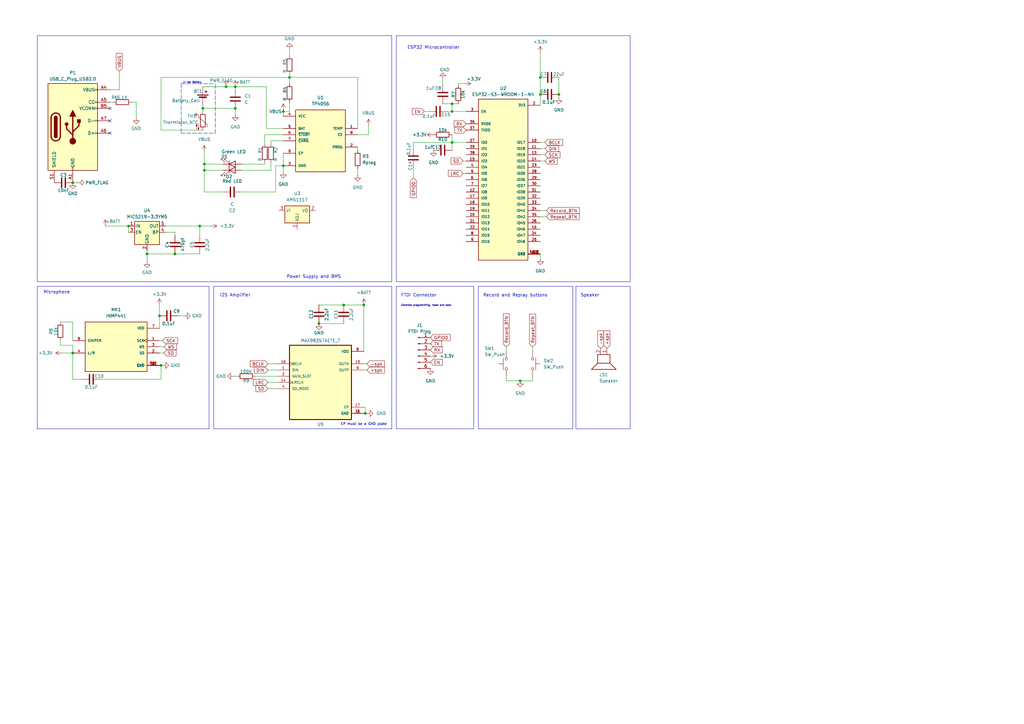
<source format=kicad_sch>
(kicad_sch (version 20230121) (generator eeschema)
  (paper "A3")
  (lib_symbols
    (symbol "Connector:Conn_01x06_Pin" (pin_names (offset 1.016) hide)
      (property "Reference" "J" (at 0 7.62 0))
      (property "Value" "Conn_01x06_Pin" (at 0 -10.16 0))
      (symbol "Conn_01x06_Pin_1_1"
        (polyline (pts (xy 1.27 -7.62) (xy 0.8636 -7.62)) (stroke (width 0.1524)))
        (polyline (pts (xy 1.27 -5.08) (xy 0.8636 -5.08)) (stroke (width 0.1524)))
        (polyline (pts (xy 1.27 -2.54) (xy 0.8636 -2.54)) (stroke (width 0.1524)))
        (polyline (pts (xy 1.27 0) (xy 0.8636 0)) (stroke (width 0.1524)))
        (polyline (pts (xy 1.27 2.54) (xy 0.8636 2.54)) (stroke (width 0.1524)))
        (polyline (pts (xy 1.27 5.08) (xy 0.8636 5.08)) (stroke (width 0.1524)))
        (rectangle (start 0.8636 -7.493) (end 0 -7.747) (stroke (width 0.1524)) (fill (type outline)))
        (rectangle (start 0.8636 -4.953) (end 0 -5.207) (stroke (width 0.1524)) (fill (type outline)))
        (rectangle (start 0.8636 -2.413) (end 0 -2.667) (stroke (width 0.1524)) (fill (type outline)))
        (rectangle (start 0.8636 0.127) (end 0 -0.127) (stroke (width 0.1524)) (fill (type outline)))
        (rectangle (start 0.8636 2.667) (end 0 2.413) (stroke (width 0.1524)) (fill (type outline)))
        (rectangle (start 0.8636 5.207) (end 0 4.953) (stroke (width 0.1524)) (fill (type outline)))
        (pin passive line (at 5.08 5.08 180) (length 3.81) (name "Pin_1") (number "1"))
        (pin passive line (at 5.08 2.54 180) (length 3.81) (name "Pin_2") (number "2"))
        (pin passive line (at 5.08 0 180) (length 3.81) (name "Pin_3") (number "3"))
        (pin passive line (at 5.08 -2.54 180) (length 3.81) (name "Pin_4") (number "4"))
        (pin passive line (at 5.08 -5.08 180) (length 3.81) (name "Pin_5") (number "5"))
        (pin passive line (at 5.08 -7.62 180) (length 3.81) (name "Pin_6") (number "6"))
      )
    )
    (symbol "Connector:USB_C_Plug_USB2.0" (pin_names (offset 1.016))
      (property "Reference" "P" (at -10.16 19.05 0))
      (property "Value" "USB_C_Plug_USB2.0" (at 12.7 19.05 0))
      (symbol "USB_C_Plug_USB2.0_0_0"
        (rectangle (start -0.254 -17.78) (end 0.254 -16.764))
        (rectangle (start 10.16 -2.286) (end 9.144 -2.794))
        (rectangle (start 10.16 2.794) (end 9.144 2.286))
        (rectangle (start 10.16 7.874) (end 9.144 7.366))
        (rectangle (start 10.16 10.414) (end 9.144 9.906))
        (rectangle (start 10.16 15.494) (end 9.144 14.986))
      )
      (symbol "USB_C_Plug_USB2.0_0_1"
        (rectangle (start -10.16 17.78) (end 10.16 -17.78) (stroke (width 0.254)) (fill (type background)))
        (arc (start -8.89 -3.81) (mid -6.985 -5.7067) (end -5.08 -3.81) (stroke (width 0.508)))
        (arc (start -7.62 -3.81) (mid -6.985 -4.4423) (end -6.35 -3.81) (stroke (width 0.254)))
        (arc (start -7.62 -3.81) (mid -6.985 -4.4423) (end -6.35 -3.81) (stroke (width 0.254)) (fill (type outline)))
        (rectangle (start -7.62 -3.81) (end -6.35 3.81) (stroke (width 0.254)) (fill (type outline)))
        (arc (start -6.35 3.81) (mid -6.985 4.4423) (end -7.62 3.81) (stroke (width 0.254)))
        (arc (start -6.35 3.81) (mid -6.985 4.4423) (end -7.62 3.81) (stroke (width 0.254)) (fill (type outline)))
        (arc (start -5.08 3.81) (mid -6.985 5.7067) (end -8.89 3.81) (stroke (width 0.508)))
        (circle (center -2.54 1.143) (radius 0.635) (stroke (width 0.254)) (fill (type outline)))
        (circle (center 0 -5.842) (radius 1.27) (fill (type outline)))
        (polyline (pts (xy -8.89 -3.81) (xy -8.89 3.81)) (stroke (width 0.508)))
        (polyline (pts (xy -5.08 3.81) (xy -5.08 -3.81)) (stroke (width 0.508)))
        (polyline (pts (xy 0 -5.842) (xy 0 4.318)) (stroke (width 0.508)))
        (polyline (pts (xy 0 -3.302) (xy -2.54 -0.762) (xy -2.54 0.508)) (stroke (width 0.508)))
        (polyline (pts (xy 0 -2.032) (xy 2.54 0.508) (xy 2.54 1.778)) (stroke (width 0.508)))
        (polyline (pts (xy -1.27 4.318) (xy 0 6.858) (xy 1.27 4.318) (xy -1.27 4.318)) (stroke (width 0.254)) (fill (type outline)))
        (rectangle (start 1.905 1.778) (end 3.175 3.048) (stroke (width 0.254)) (fill (type outline)))
      )
      (symbol "USB_C_Plug_USB2.0_1_1"
        (pin passive line (at 0 -22.86 90) (length 5.08) (name "GND") (number "A1"))
        (pin passive line (at 0 -22.86 90) (length 5.08) hide (name "GND") (number "A12"))
        (pin passive line (at 15.24 15.24 180) (length 5.08) (name "VBUS") (number "A4"))
        (pin bidirectional line (at 15.24 10.16 180) (length 5.08) (name "CC") (number "A5"))
        (pin bidirectional line (at 15.24 -2.54 180) (length 5.08) (name "D+") (number "A6"))
        (pin bidirectional line (at 15.24 2.54 180) (length 5.08) (name "D-") (number "A7"))
        (pin passive line (at 15.24 15.24 180) (length 5.08) hide (name "VBUS") (number "A9"))
        (pin passive line (at 0 -22.86 90) (length 5.08) hide (name "GND") (number "B1"))
        (pin passive line (at 0 -22.86 90) (length 5.08) hide (name "GND") (number "B12"))
        (pin passive line (at 15.24 15.24 180) (length 5.08) hide (name "VBUS") (number "B4"))
        (pin bidirectional line (at 15.24 7.62 180) (length 5.08) (name "VCONN") (number "B5"))
        (pin passive line (at 15.24 15.24 180) (length 5.08) hide (name "VBUS") (number "B9"))
        (pin passive line (at -7.62 -22.86 90) (length 5.08) (name "SHIELD") (number "S1"))
      )
    )
    (symbol "Device:Battery_Cell" (pin_numbers hide) (pin_names (offset 0) hide)
      (property "Reference" "BT" (at 2.54 2.54 0))
      (property "Value" "Battery_Cell" (at 2.54 0 0))
      (symbol "Battery_Cell_0_1"
        (rectangle (start -2.286 1.778) (end 2.286 1.524) (fill (type outline)))
        (rectangle (start -1.524 1.016) (end 1.524 0.508) (fill (type outline)))
        (polyline (pts (xy 0 0.762) (xy 0 0)))
        (polyline (pts (xy 0 1.778) (xy 0 2.54)))
        (polyline (pts (xy 0.762 3.048) (xy 1.778 3.048)) (stroke (width 0.254)))
        (polyline (pts (xy 1.27 3.556) (xy 1.27 2.54)) (stroke (width 0.254)))
      )
      (symbol "Battery_Cell_1_1"
        (pin passive line (at 0 5.08 270) (length 2.54) (name "+") (number "1"))
        (pin passive line (at 0 -2.54 90) (length 2.54) (name "-") (number "2"))
      )
    )
    (symbol "Device:C" (pin_numbers hide) (pin_names (offset 0.254))
      (property "Reference" "C" (at 0.635 2.54 0))
      (property "Value" "C" (at 0.635 -2.54 0))
      (symbol "C_0_1"
        (polyline (pts (xy -2.032 -0.762) (xy 2.032 -0.762)) (stroke (width 0.508)))
        (polyline (pts (xy -2.032 0.762) (xy 2.032 0.762)) (stroke (width 0.508)))
      )
      (symbol "C_1_1"
        (pin passive line (at 0 3.81 270) (length 2.794) (name "~") (number "1"))
        (pin passive line (at 0 -3.81 90) (length 2.794) (name "~") (number "2"))
      )
    )
    (symbol "Device:LED" (pin_numbers hide) (pin_names (offset 1.016) hide)
      (property "Reference" "D" (at 0 2.54 0))
      (property "Value" "LED" (at 0 -2.54 0))
      (symbol "LED_0_1"
        (polyline (pts (xy -1.27 -1.27) (xy -1.27 1.27)) (stroke (width 0.254)))
        (polyline (pts (xy -1.27 0) (xy 1.27 0)))
        (polyline (pts (xy 1.27 -1.27) (xy 1.27 1.27) (xy -1.27 0) (xy 1.27 -1.27)) (stroke (width 0.254)))
        (polyline (pts (xy -3.048 -0.762) (xy -4.572 -2.286) (xy -3.81 -2.286) (xy -4.572 -2.286) (xy -4.572 -1.524)))
        (polyline (pts (xy -1.778 -0.762) (xy -3.302 -2.286) (xy -2.54 -2.286) (xy -3.302 -2.286) (xy -3.302 -1.524)))
      )
      (symbol "LED_1_1"
        (pin passive line (at -3.81 0 0) (length 2.54) (name "K") (number "1"))
        (pin passive line (at 3.81 0 180) (length 2.54) (name "A") (number "2"))
      )
    )
    (symbol "Device:R" (pin_numbers hide) (pin_names (offset 0))
      (property "Reference" "R" (at 2.032 0 90))
      (property "Value" "R" (at 0 0 90))
      (symbol "R_0_1"
        (rectangle (start -1.016 -2.54) (end 1.016 2.54) (stroke (width 0.254)))
      )
      (symbol "R_1_1"
        (pin passive line (at 0 3.81 270) (length 1.27) (name "~") (number "1"))
        (pin passive line (at 0 -3.81 90) (length 1.27) (name "~") (number "2"))
      )
    )
    (symbol "Device:Speaker" (pin_names (offset 0) hide)
      (property "Reference" "LS" (at 1.27 5.715 0))
      (property "Value" "Speaker" (at 1.27 3.81 0))
      (symbol "Speaker_0_0"
        (rectangle (start -2.54 1.27) (end 1.016 -3.81) (stroke (width 0.254)))
        (polyline (pts (xy 1.016 1.27) (xy 3.556 3.81) (xy 3.556 -6.35) (xy 1.016 -3.81)) (stroke (width 0.254)))
      )
      (symbol "Speaker_1_1"
        (pin input line (at -5.08 0 0) (length 2.54) (name "1") (number "1"))
        (pin input line (at -5.08 -2.54 0) (length 2.54) (name "2") (number "2"))
      )
    )
    (symbol "Device:Thermistor_NTC" (pin_numbers hide) (pin_names (offset 0))
      (property "Reference" "TH" (at -4.445 0 90))
      (property "Value" "Thermistor_NTC" (at 3.175 0 90))
      (symbol "Thermistor_NTC_0_1"
        (arc (start -3.048 2.159) (mid -3.0495 2.3143) (end -3.175 2.413))
        (arc (start -3.048 2.159) (mid -2.9736 1.9794) (end -2.794 1.905))
        (arc (start -3.048 2.794) (mid -2.9736 2.6144) (end -2.794 2.54))
        (arc (start -2.794 1.905) (mid -2.6144 1.9794) (end -2.54 2.159))
        (arc (start -2.794 2.54) (mid -2.4393 2.5587) (end -2.159 2.794))
        (arc (start -2.794 3.048) (mid -2.9736 2.9736) (end -3.048 2.794))
        (arc (start -2.54 2.794) (mid -2.6144 2.9736) (end -2.794 3.048))
        (rectangle (start -1.016 2.54) (end 1.016 -2.54) (stroke (width 0.254)))
        (polyline (pts (xy -2.54 2.159) (xy -2.54 2.794)))
        (polyline (pts (xy -1.778 2.54) (xy -1.778 1.524) (xy 1.778 -1.524) (xy 1.778 -2.54)))
        (polyline (pts (xy -2.54 -3.683) (xy -2.54 -1.397) (xy -2.794 -2.159) (xy -2.286 -2.159) (xy -2.54 -1.397) (xy -2.54 -1.651)) (fill (type outline)))
        (polyline (pts (xy -1.778 -1.397) (xy -1.778 -3.683) (xy -2.032 -2.921) (xy -1.524 -2.921) (xy -1.778 -3.683) (xy -1.778 -3.429)) (fill (type outline)))
      )
      (symbol "Thermistor_NTC_1_1"
        (pin passive line (at 0 3.81 270) (length 1.27) (name "~") (number "1"))
        (pin passive line (at 0 -3.81 90) (length 1.27) (name "~") (number "2"))
      )
    )
    (symbol "ESP32-S3-WROOM-1-N4:ESP32-S3-WROOM-1-N4" (pin_names (offset 1.016))
      (property "Reference" "U" (at -10.16 34.1122 0))
      (property "Value" "ESP32-S3-WROOM-1-N4" (at -10.16 -35.56 0))
      (symbol "ESP32-S3-WROOM-1-N4_0_0"
        (rectangle (start -10.16 -33.02) (end 10.16 33.02) (stroke (width 0.254)) (fill (type background)))
        (pin power_in line (at 15.24 -30.48 180) (length 5.08) (name "GND") (number "1"))
        (pin bidirectional line (at 15.24 15.24 180) (length 5.08) (name "IO17") (number "10"))
        (pin bidirectional line (at 15.24 12.7 180) (length 5.08) (name "IO18") (number "11"))
        (pin bidirectional line (at -15.24 -5.08 0) (length 5.08) (name "IO8") (number "12"))
        (pin bidirectional line (at 15.24 10.16 180) (length 5.08) (name "IO19") (number "13"))
        (pin bidirectional line (at 15.24 7.62 180) (length 5.08) (name "IO20") (number "14"))
        (pin bidirectional line (at -15.24 7.62 0) (length 5.08) (name "IO3") (number "15"))
        (pin bidirectional line (at 15.24 -20.32 180) (length 5.08) (name "IO46") (number "16"))
        (pin bidirectional line (at -15.24 -7.62 0) (length 5.08) (name "IO9") (number "17"))
        (pin bidirectional line (at -15.24 -10.16 0) (length 5.08) (name "IO10") (number "18"))
        (pin bidirectional line (at -15.24 -12.7 0) (length 5.08) (name "IO11") (number "19"))
        (pin power_in line (at 15.24 30.48 180) (length 5.08) (name "3V3") (number "2"))
        (pin bidirectional line (at -15.24 -15.24 0) (length 5.08) (name "IO12") (number "20"))
        (pin bidirectional line (at -15.24 -17.78 0) (length 5.08) (name "IO13") (number "21"))
        (pin bidirectional line (at -15.24 -20.32 0) (length 5.08) (name "IO14") (number "22"))
        (pin bidirectional line (at 15.24 5.08 180) (length 5.08) (name "IO21") (number "23"))
        (pin bidirectional line (at 15.24 -22.86 180) (length 5.08) (name "IO47") (number "24"))
        (pin bidirectional line (at 15.24 -25.4 180) (length 5.08) (name "IO48") (number "25"))
        (pin bidirectional line (at 15.24 -17.78 180) (length 5.08) (name "IO45") (number "26"))
        (pin bidirectional line (at -15.24 15.24 0) (length 5.08) (name "IO0") (number "27"))
        (pin bidirectional line (at 15.24 2.54 180) (length 5.08) (name "IO35") (number "28"))
        (pin bidirectional line (at 15.24 0 180) (length 5.08) (name "IO36") (number "29"))
        (pin input line (at -15.24 27.94 0) (length 5.08) (name "EN") (number "3"))
        (pin bidirectional line (at 15.24 -2.54 180) (length 5.08) (name "IO37") (number "30"))
        (pin bidirectional line (at 15.24 -5.08 180) (length 5.08) (name "IO38") (number "31"))
        (pin bidirectional line (at 15.24 -7.62 180) (length 5.08) (name "IO39") (number "32"))
        (pin bidirectional line (at 15.24 -10.16 180) (length 5.08) (name "IO40") (number "33"))
        (pin bidirectional line (at 15.24 -12.7 180) (length 5.08) (name "IO41") (number "34"))
        (pin bidirectional line (at 15.24 -15.24 180) (length 5.08) (name "IO42") (number "35"))
        (pin bidirectional line (at -15.24 22.86 0) (length 5.08) (name "RXD0") (number "36"))
        (pin bidirectional line (at -15.24 20.32 0) (length 5.08) (name "TXD0") (number "37"))
        (pin bidirectional line (at -15.24 10.16 0) (length 5.08) (name "IO2") (number "38"))
        (pin bidirectional line (at -15.24 12.7 0) (length 5.08) (name "IO1") (number "39"))
        (pin bidirectional line (at -15.24 5.08 0) (length 5.08) (name "IO4") (number "4"))
        (pin power_in line (at 15.24 -30.48 180) (length 5.08) (name "GND") (number "40"))
        (pin power_in line (at 15.24 -30.48 180) (length 5.08) (name "GND") (number "41_1"))
        (pin power_in line (at 15.24 -30.48 180) (length 5.08) (name "GND") (number "41_2"))
        (pin power_in line (at 15.24 -30.48 180) (length 5.08) (name "GND") (number "41_3"))
        (pin power_in line (at 15.24 -30.48 180) (length 5.08) (name "GND") (number "41_4"))
        (pin power_in line (at 15.24 -30.48 180) (length 5.08) (name "GND") (number "41_5"))
        (pin power_in line (at 15.24 -30.48 180) (length 5.08) (name "GND") (number "41_6"))
        (pin power_in line (at 15.24 -30.48 180) (length 5.08) (name "GND") (number "41_7"))
        (pin power_in line (at 15.24 -30.48 180) (length 5.08) (name "GND") (number "41_8"))
        (pin power_in line (at 15.24 -30.48 180) (length 5.08) (name "GND") (number "41_9"))
        (pin bidirectional line (at -15.24 2.54 0) (length 5.08) (name "IO5") (number "5"))
        (pin bidirectional line (at -15.24 0 0) (length 5.08) (name "IO6") (number "6"))
        (pin bidirectional line (at -15.24 -2.54 0) (length 5.08) (name "IO7") (number "7"))
        (pin bidirectional line (at -15.24 -22.86 0) (length 5.08) (name "IO15") (number "8"))
        (pin bidirectional line (at -15.24 -25.4 0) (length 5.08) (name "IO16") (number "9"))
      )
    )
    (symbol "INMP441:INMP441" (pin_names (offset 1.016))
      (property "Reference" "MK" (at -12.7 10.795 0))
      (property "Value" "INMP441" (at -12.7 -12.7 0))
      (symbol "INMP441_0_0"
        (rectangle (start -12.7 -10.16) (end 12.7 10.16) (stroke (width 0.254)) (fill (type background)))
        (pin input clock (at 17.78 2.54 180) (length 5.08) (name "SCK") (number "1"))
        (pin bidirectional line (at 17.78 -2.54 180) (length 5.08) (name "SD") (number "2"))
        (pin input line (at 17.78 0 180) (length 5.08) (name "WS") (number "3"))
        (pin input line (at -17.78 -2.54 0) (length 5.08) (name "L/R") (number "4"))
        (pin power_in line (at 17.78 -7.62 180) (length 5.08) (name "GND") (number "5_1"))
        (pin power_in line (at 17.78 -7.62 180) (length 5.08) (name "GND") (number "5_2"))
        (pin power_in line (at 17.78 -7.62 180) (length 5.08) (name "GND") (number "6"))
        (pin power_in line (at 17.78 7.62 180) (length 5.08) (name "VDD") (number "7"))
        (pin input line (at -17.78 2.54 0) (length 5.08) (name "CHIPEN") (number "8"))
        (pin power_in line (at 17.78 -7.62 180) (length 5.08) (name "GND") (number "9"))
      )
    )
    (symbol "MAX98357AETE_T:MAX98357AETE_T" (pin_names (offset 1.016))
      (property "Reference" "U" (at -12.7 16.24 0))
      (property "Value" "MAX98357AETE_T" (at -12.7 -19.24 0))
      (symbol "MAX98357AETE_T_0_0"
        (rectangle (start -12.7 -15.24) (end 12.7 15.24) (stroke (width 0.41)) (fill (type background)))
        (pin input line (at -17.78 5.08 0) (length 5.08) (name "DIN") (number "1"))
        (pin output line (at 17.78 7.62 180) (length 5.08) (name "OUTN") (number "10"))
        (pin power_in line (at 17.78 -12.7 180) (length 5.08) (name "GND") (number "11"))
        (pin input clock (at -17.78 0 0) (length 5.08) (name "LRCLK") (number "14"))
        (pin power_in line (at 17.78 -12.7 180) (length 5.08) (name "GND") (number "15"))
        (pin input clock (at -17.78 7.62 0) (length 5.08) (name "BCLK") (number "16"))
        (pin power_in line (at 17.78 -10.16 180) (length 5.08) (name "EP") (number "17"))
        (pin input line (at -17.78 2.54 0) (length 5.08) (name "GAIN_SLOT") (number "2"))
        (pin power_in line (at 17.78 -12.7 180) (length 5.08) (name "GND") (number "3"))
        (pin input line (at -17.78 -2.54 0) (length 5.08) (name "SD_MODE") (number "4"))
        (pin power_in line (at 17.78 12.7 180) (length 5.08) (name "VDD") (number "7"))
        (pin power_in line (at 17.78 12.7 180) (length 5.08) (name "VDD") (number "8"))
        (pin output line (at 17.78 5.08 180) (length 5.08) (name "OUTP") (number "9"))
      )
    )
    (symbol "Regulator_Linear:AMS1117"
      (property "Reference" "U" (at -3.81 3.175 0))
      (property "Value" "AMS1117" (at 0 3.175 0))
      (symbol "AMS1117_0_1"
        (rectangle (start -5.08 -5.08) (end 5.08 1.905) (stroke (width 0.254)) (fill (type background)))
      )
      (symbol "AMS1117_1_1"
        (pin input line (at 0 -7.62 90) (length 2.54) (name "ADJ") (number "1"))
        (pin power_out line (at 7.62 0 180) (length 2.54) (name "VO") (number "2"))
        (pin power_in line (at -7.62 0 0) (length 2.54) (name "VI") (number "3"))
      )
    )
    (symbol "Regulator_Linear:MIC5219-3.3YM5" (pin_names (offset 0.254))
      (property "Reference" "U" (at -3.81 5.715 0))
      (property "Value" "MIC5219-3.3YM5" (at 0 5.715 0))
      (symbol "MIC5219-3.3YM5_0_1"
        (rectangle (start -5.08 4.445) (end 5.08 -5.08) (stroke (width 0.254)) (fill (type background)))
      )
      (symbol "MIC5219-3.3YM5_1_1"
        (pin power_in line (at -7.62 2.54 0) (length 2.54) (name "IN") (number "1"))
        (pin power_in line (at 0 -7.62 90) (length 2.54) (name "GND") (number "2"))
        (pin input line (at -7.62 0 0) (length 2.54) (name "EN") (number "3"))
        (pin input line (at 7.62 0 180) (length 2.54) (name "BP") (number "4"))
        (pin power_out line (at 7.62 2.54 180) (length 2.54) (name "OUT") (number "5"))
      )
    )
    (symbol "Switch:SW_Push" (pin_numbers hide) (pin_names (offset 1.016) hide)
      (property "Reference" "SW" (at 1.27 2.54 0))
      (property "Value" "SW_Push" (at 0 -1.524 0))
      (symbol "SW_Push_0_1"
        (circle (center -2.032 0) (radius 0.508))
        (polyline (pts (xy 0 1.27) (xy 0 3.048)))
        (polyline (pts (xy 2.54 1.27) (xy -2.54 1.27)))
        (circle (center 2.032 0) (radius 0.508))
        (pin passive line (at -5.08 0 0) (length 2.54) (name "1") (number "1"))
        (pin passive line (at 5.08 0 180) (length 2.54) (name "2") (number "2"))
      )
    )
    (symbol "TP4056:TP4056" (pin_names (offset 1.016))
      (property "Reference" "U" (at -10.16 13.208 0))
      (property "Value" "TP4056" (at -10.16 -15.24 0))
      (symbol "TP4056_0_0"
        (rectangle (start -10.16 -12.7) (end 10.16 12.7) (stroke (width 0.254)) (fill (type background)))
        (pin input line (at -15.24 5.08 0) (length 5.08) (name "TEMP") (number "1"))
        (pin bidirectional line (at -15.24 -2.54 0) (length 5.08) (name "PROG") (number "2"))
        (pin power_in line (at 15.24 -10.16 180) (length 5.08) (name "GND") (number "3"))
        (pin power_in line (at 15.24 10.16 180) (length 5.08) (name "VCC") (number "4"))
        (pin output line (at 15.24 5.08 180) (length 5.08) (name "BAT") (number "5"))
        (pin output line (at 15.24 2.54 180) (length 5.08) (name "~{STDBY}") (number "6"))
        (pin output line (at 15.24 0 180) (length 5.08) (name "~{CHRG}") (number "7"))
        (pin input line (at -15.24 2.54 0) (length 5.08) (name "CE") (number "8"))
        (pin passive line (at 15.24 -5.08 180) (length 5.08) (name "EP") (number "9"))
      )
    )
    (symbol "power:+3.3V" (power) (pin_names (offset 0))
      (property "Value" "+3.3V" (at 0 3.556 0))
      (symbol "+3.3V_0_1"
        (polyline (pts (xy -0.762 1.27) (xy 0 2.54)))
        (polyline (pts (xy 0 0) (xy 0 2.54)))
        (polyline (pts (xy 0 2.54) (xy 0.762 1.27)))
      )
      (symbol "+3.3V_1_1"
        (pin power_in line (at 0 0 90) (length 0) hide (name "+3.3V") (number "1"))
      )
    )
    (symbol "power:+BATT" (power) (pin_names (offset 0))
      (property "Value" "+BATT" (at 0 3.556 0))
      (symbol "+BATT_0_1"
        (polyline (pts (xy -0.762 1.27) (xy 0 2.54)))
        (polyline (pts (xy 0 0) (xy 0 2.54)))
        (polyline (pts (xy 0 2.54) (xy 0.762 1.27)))
      )
      (symbol "+BATT_1_1"
        (pin power_in line (at 0 0 90) (length 0) hide (name "+BATT") (number "1"))
      )
    )
    (symbol "power:GND" (power) (pin_names (offset 0))
      (property "Value" "GND" (at 0 -3.81 0))
      (symbol "GND_0_1"
        (polyline (pts (xy 0 0) (xy 0 -1.27) (xy 1.27 -1.27) (xy 0 -2.54) (xy -1.27 -1.27) (xy 0 -1.27)))
      )
      (symbol "GND_1_1"
        (pin power_in line (at 0 0 270) (length 0) hide (name "GND") (number "1"))
      )
    )
    (symbol "power:PWR_FLAG" (power) (pin_numbers hide) (pin_names (offset 0) hide)
      (property "Value" "PWR_FLAG" (at 0 3.81 0))
      (symbol "PWR_FLAG_0_0"
        (pin power_out line (at 0 0 90) (length 0) (name "pwr") (number "1"))
      )
      (symbol "PWR_FLAG_0_1"
        (polyline (pts (xy 0 0) (xy 0 1.27) (xy -1.016 1.905) (xy 0 2.54) (xy 1.016 1.905) (xy 0 1.27)))
      )
    )
    (symbol "power:VBUS" (power) (pin_names (offset 0))
      (property "Value" "VBUS" (at 0 3.81 0))
      (symbol "VBUS_0_1"
        (polyline (pts (xy -0.762 1.27) (xy 0 2.54)))
        (polyline (pts (xy 0 0) (xy 0 2.54)))
        (polyline (pts (xy 0 2.54) (xy 0.762 1.27)))
      )
      (symbol "VBUS_1_1"
        (pin power_in line (at 0 0 90) (length 0) hide (name "VBUS") (number "1"))
      )
    )
  )
  (junction (at 116.205 67.945))
  (junction (at 66.04 149.86))
  (junction (at 81.915 92.71))
  (junction (at 130.81 132.715))
  (junction (at 60.325 104.14))
  (junction (at 185.42 42.545))
  (junction (at 96.52 35.56))
  (junction (at 29.845 144.78))
  (junction (at 213.36 156.21))
  (junction (at 29.845 74.93))
  (junction (at 149.225 125.095))
  (junction (at 96.52 44.45))
  (junction (at 92.71 35.56))
  (junction (at 83.185 44.45))
  (junction (at 229.235 38.735))
  (junction (at 185.42 58.42))
  (junction (at 149.86 169.545))
  (junction (at 116.205 45.72))
  (junction (at 185.42 45.72))
  (junction (at 83.82 69.85))
  (junction (at 52.705 92.71))
  (junction (at 83.82 67.31))
  (junction (at 118.745 31.75))
  (junction (at 65.405 129.54))
  (junction (at 221.615 31.75))
  (junction (at 221.615 38.735))
  (junction (at 140.97 125.095))
  (junction (at 71.755 104.14))
  (no_connect (at 45.085 54.61))
  (no_connect (at 45.085 44.45))
  (no_connect (at 45.085 49.53))
  (wire (pts (xy 149.225 125.095) (xy 149.225 144.145)))
  (wire (pts (xy 149.86 169.545) (xy 150.495 169.545)))
  (wire (pts (xy 43.18 92.71) (xy 52.705 92.71)))
  (wire (pts (xy 83.82 67.31) (xy 83.82 62.23)))
  (polyline (pts (xy 196.215 175.895) (xy 234.95 175.895)))
  (wire (pts (xy 81.915 92.71) (xy 81.915 96.52)))
  (wire (pts (xy 83.185 44.45) (xy 83.185 45.72)))
  (wire (pts (xy 173.99 45.72) (xy 175.895 45.72)))
  (wire (pts (xy 83.185 35.56) (xy 92.71 35.56)))
  (wire (pts (xy 66.04 31.75) (xy 118.745 31.75)))
  (wire (pts (xy 146.685 55.245) (xy 151.13 55.245)))
  (wire (pts (xy 146.685 60.325) (xy 146.685 61.595)))
  (wire (pts (xy 92.71 35.56) (xy 96.52 35.56)))
  (wire (pts (xy 207.645 154.305) (xy 207.645 156.21)))
  (wire (pts (xy 113.03 67.945) (xy 116.205 67.945)))
  (polyline (pts (xy 74.295 34.29) (xy 74.295 54.61)) (stroke (width 0) (type dash)))
  (wire (pts (xy 118.745 31.75) (xy 118.745 34.29)))
  (wire (pts (xy 118.745 31.75) (xy 146.685 31.75)))
  (wire (pts (xy 109.855 159.385) (xy 113.665 159.385)))
  (wire (pts (xy 65.405 144.78) (xy 67.31 144.78)))
  (wire (pts (xy 24.765 139.7) (xy 24.765 141.605)))
  (wire (pts (xy 146.685 31.75) (xy 146.685 52.705)))
  (wire (pts (xy 83.185 43.18) (xy 83.185 44.45)))
  (wire (pts (xy 183.515 45.72) (xy 185.42 45.72)))
  (wire (pts (xy 66.04 155.575) (xy 66.04 149.86)))
  (wire (pts (xy 229.235 31.75) (xy 229.235 38.735)))
  (polyline (pts (xy 88.265 54.61) (xy 88.265 34.29)) (stroke (width 0) (type dash)))
  (wire (pts (xy 221.615 63.5) (xy 223.52 63.5)))
  (wire (pts (xy 189.865 71.12) (xy 191.135 71.12)))
  (wire (pts (xy 60.325 102.87) (xy 60.325 104.14)))
  (polyline (pts (xy 162.56 14.605) (xy 258.445 14.605)))
  (polyline (pts (xy 258.445 14.605) (xy 258.445 115.57)))
  (wire (pts (xy 221.615 104.14) (xy 221.615 106.045)))
  (wire (pts (xy 187.96 34.29) (xy 187.96 34.925)))
  (polyline (pts (xy 162.56 115.57) (xy 162.56 14.605)))
  (wire (pts (xy 149.225 167.005) (xy 149.86 167.005)))
  (wire (pts (xy 65.405 142.24) (xy 67.31 142.24)))
  (polyline (pts (xy 15.24 115.57) (xy 160.655 115.57)))
  (wire (pts (xy 45.085 36.83) (xy 48.895 36.83)))
  (wire (pts (xy 65.405 125.095) (xy 65.405 129.54)))
  (polyline (pts (xy 162.56 117.475) (xy 194.31 117.475)))
  (wire (pts (xy 99.06 69.85) (xy 111.125 69.85)))
  (wire (pts (xy 60.325 104.14) (xy 60.325 107.315)))
  (wire (pts (xy 221.615 21.59) (xy 221.615 31.75)))
  (wire (pts (xy 109.855 149.225) (xy 113.665 149.225)))
  (wire (pts (xy 25.4 144.78) (xy 29.845 144.78)))
  (polyline (pts (xy 196.215 117.475) (xy 196.215 175.895)))
  (wire (pts (xy 24.765 141.605) (xy 29.845 141.605)))
  (wire (pts (xy 221.615 88.9) (xy 224.155 88.9)))
  (polyline (pts (xy 15.24 14.605) (xy 15.24 115.57)))
  (polyline (pts (xy 160.655 175.895) (xy 160.655 117.475)))
  (wire (pts (xy 116.205 45.72) (xy 116.205 47.625)))
  (wire (pts (xy 149.86 167.005) (xy 149.86 169.545)))
  (wire (pts (xy 29.845 74.93) (xy 31.75 74.93)))
  (wire (pts (xy 60.325 104.14) (xy 71.755 104.14)))
  (wire (pts (xy 109.22 52.705) (xy 109.22 35.56)))
  (wire (pts (xy 229.235 38.735) (xy 229.235 40.005)))
  (wire (pts (xy 109.855 156.845) (xy 113.665 156.845)))
  (wire (pts (xy 24.765 132.08) (xy 29.845 132.08)))
  (wire (pts (xy 185.42 55.245) (xy 185.42 58.42)))
  (wire (pts (xy 140.97 125.095) (xy 149.225 125.095)))
  (wire (pts (xy 96.52 44.45) (xy 96.52 46.99)))
  (polyline (pts (xy 196.215 117.475) (xy 234.95 117.475)))
  (wire (pts (xy 116.205 67.945) (xy 116.205 70.485)))
  (wire (pts (xy 45.085 41.91) (xy 46.355 41.91)))
  (wire (pts (xy 185.42 42.545) (xy 185.42 45.72)))
  (wire (pts (xy 65.405 129.54) (xy 65.405 134.62)))
  (wire (pts (xy 218.44 154.305) (xy 218.44 156.21)))
  (wire (pts (xy 96.52 35.56) (xy 96.52 36.83)))
  (wire (pts (xy 185.42 42.545) (xy 181.61 42.545)))
  (wire (pts (xy 118.745 20.32) (xy 118.745 22.86)))
  (wire (pts (xy 71.755 95.25) (xy 71.755 96.52)))
  (wire (pts (xy 130.81 125.095) (xy 140.97 125.095)))
  (wire (pts (xy 151.13 51.435) (xy 151.13 55.245)))
  (polyline (pts (xy 258.445 175.895) (xy 258.445 117.475)))
  (wire (pts (xy 29.845 141.605) (xy 29.845 144.78)))
  (polyline (pts (xy 74.295 34.29) (xy 88.265 34.29)) (stroke (width 0) (type dash)))
  (wire (pts (xy 218.44 142.24) (xy 218.44 144.145)))
  (wire (pts (xy 116.205 45.085) (xy 116.205 45.72)))
  (wire (pts (xy 207.645 156.21) (xy 213.36 156.21)))
  (wire (pts (xy 99.06 78.74) (xy 113.03 78.74)))
  (wire (pts (xy 221.615 86.36) (xy 224.155 86.36)))
  (wire (pts (xy 41.275 155.575) (xy 66.04 155.575)))
  (wire (pts (xy 104.775 154.305) (xy 113.665 154.305)))
  (polyline (pts (xy 236.22 175.895) (xy 258.445 175.895)))
  (wire (pts (xy 108.585 55.245) (xy 108.585 59.055)))
  (wire (pts (xy 218.44 156.21) (xy 213.36 156.21)))
  (wire (pts (xy 83.82 78.74) (xy 83.82 69.85)))
  (wire (pts (xy 169.545 58.42) (xy 185.42 58.42)))
  (wire (pts (xy 185.42 58.42) (xy 185.42 61.595)))
  (wire (pts (xy 108.585 55.245) (xy 116.205 55.245)))
  (wire (pts (xy 118.745 41.91) (xy 118.745 45.72)))
  (wire (pts (xy 181.61 32.385) (xy 181.61 34.925)))
  (wire (pts (xy 91.44 69.85) (xy 83.82 69.85)))
  (wire (pts (xy 83.185 44.45) (xy 96.52 44.45)))
  (polyline (pts (xy 194.31 175.895) (xy 194.31 117.475)))
  (polyline (pts (xy 15.24 175.895) (xy 15.24 161.29)))
  (polyline (pts (xy 162.56 115.57) (xy 258.445 115.57)))
  (wire (pts (xy 66.04 53.34) (xy 66.04 31.75)))
  (wire (pts (xy 67.945 92.71) (xy 81.915 92.71)))
  (wire (pts (xy 221.615 60.96) (xy 223.52 60.96)))
  (wire (pts (xy 221.615 31.75) (xy 221.615 38.735)))
  (wire (pts (xy 116.205 52.705) (xy 109.22 52.705)))
  (wire (pts (xy 130.81 132.715) (xy 140.97 132.715)))
  (wire (pts (xy 113.03 78.74) (xy 113.03 67.945)))
  (wire (pts (xy 185.42 58.42) (xy 191.135 58.42)))
  (wire (pts (xy 48.895 29.21) (xy 48.895 36.83)))
  (polyline (pts (xy 85.725 161.29) (xy 85.725 175.895)))
  (polyline (pts (xy 87.63 175.895) (xy 160.655 175.895)))
  (wire (pts (xy 83.82 69.85) (xy 83.82 67.31)))
  (wire (pts (xy 169.545 60.96) (xy 169.545 58.42)))
  (wire (pts (xy 91.44 78.74) (xy 83.82 78.74)))
  (wire (pts (xy 149.225 169.545) (xy 149.86 169.545)))
  (polyline (pts (xy 85.725 161.29) (xy 85.725 117.475)))
  (wire (pts (xy 187.96 42.545) (xy 185.42 42.545)))
  (polyline (pts (xy 15.24 14.605) (xy 160.655 14.605)))
  (wire (pts (xy 207.645 142.24) (xy 207.645 144.145)))
  (wire (pts (xy 118.745 30.48) (xy 118.745 31.75)))
  (polyline (pts (xy 15.24 117.475) (xy 85.725 117.475)))
  (polyline (pts (xy 162.56 117.475) (xy 162.56 175.895)))
  (wire (pts (xy 67.945 95.25) (xy 71.755 95.25)))
  (wire (pts (xy 111.125 66.675) (xy 111.125 69.85)))
  (wire (pts (xy 99.06 67.31) (xy 108.585 67.31)))
  (wire (pts (xy 83.185 53.34) (xy 66.04 53.34)))
  (wire (pts (xy 65.405 139.7) (xy 66.675 139.7)))
  (polyline (pts (xy 236.22 117.475) (xy 258.445 117.475)))
  (wire (pts (xy 55.88 41.91) (xy 55.88 48.26)))
  (wire (pts (xy 111.125 57.785) (xy 116.205 57.785)))
  (wire (pts (xy 190.5 34.29) (xy 187.96 34.29)))
  (polyline (pts (xy 15.24 117.475) (xy 15.24 161.29)))
  (wire (pts (xy 52.705 92.71) (xy 52.705 95.25)))
  (wire (pts (xy 185.42 45.72) (xy 191.135 45.72)))
  (wire (pts (xy 149.225 151.765) (xy 150.495 151.765)))
  (wire (pts (xy 108.585 66.675) (xy 108.585 67.31)))
  (wire (pts (xy 29.845 155.575) (xy 33.655 155.575)))
  (wire (pts (xy 73.025 129.54) (xy 75.565 129.54)))
  (wire (pts (xy 189.865 66.04) (xy 191.135 66.04)))
  (polyline (pts (xy 74.295 54.61) (xy 88.265 54.61)) (stroke (width 0) (type dash)))
  (wire (pts (xy 71.755 104.14) (xy 81.915 104.14)))
  (wire (pts (xy 221.615 38.735) (xy 221.615 43.18)))
  (polyline (pts (xy 85.725 175.895) (xy 15.24 175.895)))
  (polyline (pts (xy 162.56 175.895) (xy 194.31 175.895)))
  (wire (pts (xy 81.915 92.71) (xy 86.36 92.71)))
  (polyline (pts (xy 87.63 117.475) (xy 160.655 117.475)))
  (wire (pts (xy 111.125 57.785) (xy 111.125 59.055)))
  (wire (pts (xy 109.22 35.56) (xy 96.52 35.56)))
  (wire (pts (xy 146.685 69.215) (xy 146.685 71.755)))
  (wire (pts (xy 221.615 58.42) (xy 223.52 58.42)))
  (wire (pts (xy 29.845 132.08) (xy 29.845 139.7)))
  (wire (pts (xy 149.225 149.225) (xy 150.495 149.225)))
  (wire (pts (xy 221.615 66.04) (xy 223.52 66.04)))
  (wire (pts (xy 66.04 149.86) (xy 66.675 149.86)))
  (wire (pts (xy 169.545 68.58) (xy 169.545 73.025)))
  (polyline (pts (xy 160.655 115.57) (xy 160.655 14.605)))
  (wire (pts (xy 95.885 154.305) (xy 97.155 154.305)))
  (polyline (pts (xy 236.22 117.475) (xy 236.22 175.895)))
  (wire (pts (xy 53.975 41.91) (xy 55.88 41.91)))
  (wire (pts (xy 65.405 149.86) (xy 66.04 149.86)))
  (wire (pts (xy 118.745 45.72) (xy 116.205 45.72)))
  (wire (pts (xy 116.205 62.865) (xy 116.205 67.945)))
  (polyline (pts (xy 234.95 175.895) (xy 234.95 117.475)))
  (polyline (pts (xy 87.63 117.475) (xy 87.63 175.895)))
  (wire (pts (xy 29.845 144.78) (xy 29.845 155.575)))
  (wire (pts (xy 109.855 151.765) (xy 113.665 151.765)))
  (wire (pts (xy 91.44 67.31) (xy 83.82 67.31)))
  (text "Record and Replay buttons\n" (at 198.12 121.92 0) (effects (font (size 1.27 1.27)) (justify left bottom)))
  (text "Power Supply and BMS" (at 117.475 114.3 0) (effects (font (size 1.27 1.27)) (justify left bottom)))
  (text "I2S Amplifier" (at 90.17 121.92 0) (effects (font (size 1.27 1.27)) (justify left bottom)))
  (text "FTDI Connector\n" (at 164.465 121.92 0) (effects (font (size 1.27 1.27)) (justify left bottom)))
  (text "Microphone" (at 17.78 120.65 0) (effects (font (size 1.27 1.27)) (justify left bottom)))
  (text "EP must be a GND plate\n" (at 139.7 174.625 0) (effects (font (size 1 1)) (justify left bottom)))
  (text "Speaker" (at 238.125 121.92 0) (effects (font (size 1.27 1.27)) (justify left bottom)))
  (text "Controls programming, reset and boot\n" (at 164.465 125.73 0) (effects (font (size 0.7 0.7)) (justify left bottom)))
  (text "ESP32 Microcontroller\n" (at 167.005 20.32 0) (effects (font (size 1.27 1.27)) (justify left bottom)))
  (text "Li-Ion Battery" (at 74.93 34.29 0) (effects (font (size 0.7 0.7)) (justify left bottom)))
  (global_label "SD" (shape input) (at 189.865 66.04 180) (property "Intersheetrefs" "${INTERSHEET_REFS}" (effects hide)))
  (global_label "EN" (shape input) (at 173.99 45.72 180) (property "Intersheetrefs" "${INTERSHEET_REFS}" (effects hide)))
  (global_label "-spk" (shape input) (at 150.495 149.225 0) (property "Intersheetrefs" "${INTERSHEET_REFS}" (effects hide)))
  (global_label "VBUS" (shape input) (at 48.895 29.21 90) (property "Intersheetrefs" "${INTERSHEET_REFS}" (effects hide)))
  (global_label "SCK" (shape input) (at 223.52 63.5 0) (property "Intersheetrefs" "${INTERSHEET_REFS}" (effects hide)))
  (global_label "GPIO0" (shape input) (at 169.545 73.025 270) (property "Intersheetrefs" "${INTERSHEET_REFS}" (effects hide)))
  (global_label "RX" (shape input) (at 191.135 50.8 180) (property "Intersheetrefs" "${INTERSHEET_REFS}" (effects hide)))
  (global_label "SD" (shape input) (at 109.855 159.385 180) (property "Intersheetrefs" "${INTERSHEET_REFS}" (effects hide)))
  (global_label "TX" (shape input) (at 176.53 140.97 0) (property "Intersheetrefs" "${INTERSHEET_REFS}" (effects hide)))
  (global_label "Repeat_BTN" (shape input) (at 218.44 142.24 90) (property "Intersheetrefs" "${INTERSHEET_REFS}" (effects hide)))
  (global_label "SCK" (shape input) (at 66.675 139.7 0) (property "Intersheetrefs" "${INTERSHEET_REFS}" (effects hide)))
  (global_label "BCLK" (shape input) (at 223.52 58.42 0) (property "Intersheetrefs" "${INTERSHEET_REFS}" (effects hide)))
  (global_label "GPIO0" (shape input) (at 176.53 138.43 0) (property "Intersheetrefs" "${INTERSHEET_REFS}" (effects hide)))
  (global_label "SD" (shape input) (at 67.31 144.78 0) (property "Intersheetrefs" "${INTERSHEET_REFS}" (effects hide)))
  (global_label "+spk" (shape input) (at 248.92 142.875 90) (property "Intersheetrefs" "${INTERSHEET_REFS}" (effects hide)))
  (global_label "LRC" (shape input) (at 109.855 156.845 180) (property "Intersheetrefs" "${INTERSHEET_REFS}" (effects hide)))
  (global_label "TX" (shape input) (at 191.135 53.34 180) (property "Intersheetrefs" "${INTERSHEET_REFS}" (effects hide)))
  (global_label "RX" (shape input) (at 176.53 143.51 0) (property "Intersheetrefs" "${INTERSHEET_REFS}" (effects hide)))
  (global_label "+spk" (shape input) (at 150.495 151.765 0) (property "Intersheetrefs" "${INTERSHEET_REFS}" (effects hide)))
  (global_label "Repeat_BTN" (shape input) (at 224.155 88.9 0) (property "Intersheetrefs" "${INTERSHEET_REFS}" (effects hide)))
  (global_label "WS" (shape input) (at 67.31 142.24 0) (property "Intersheetrefs" "${INTERSHEET_REFS}" (effects hide)))
  (global_label "DIN" (shape input) (at 223.52 60.96 0) (property "Intersheetrefs" "${INTERSHEET_REFS}" (effects hide)))
  (global_label "DIN" (shape input) (at 109.855 151.765 180) (property "Intersheetrefs" "${INTERSHEET_REFS}" (effects hide)))
  (global_label "Record_BTN" (shape input) (at 207.645 142.24 90) (property "Intersheetrefs" "${INTERSHEET_REFS}" (effects hide)))
  (global_label "Record_BTN" (shape input) (at 224.155 86.36 0) (property "Intersheetrefs" "${INTERSHEET_REFS}" (effects hide)))
  (global_label "LRC" (shape input) (at 189.865 71.12 180) (property "Intersheetrefs" "${INTERSHEET_REFS}" (effects hide)))
  (global_label "EN" (shape input) (at 176.53 148.59 0) (property "Intersheetrefs" "${INTERSHEET_REFS}" (effects hide)))
  (global_label "BCLK" (shape input) (at 109.855 149.225 180) (property "Intersheetrefs" "${INTERSHEET_REFS}" (effects hide)))
  (global_label "WS" (shape input) (at 223.52 66.04 0) (property "Intersheetrefs" "${INTERSHEET_REFS}" (effects hide)))
  (global_label "-spk" (shape input) (at 246.38 142.875 90) (property "Intersheetrefs" "${INTERSHEET_REFS}" (effects hide)))
  (symbol (lib_id "power:+3.3V") (at 176.53 146.05 270) (unit 1)
    (property "Reference" "#PWR030" (effects hide))
    (property "Value" "+3.3V" (at 180.34 146.05 90) (effects (justify left)))
  )
  (symbol (lib_id "power:+BATT") (at 43.18 92.71 0) (unit 1)
    (property "Reference" "#PWR013" (effects hide))
    (property "Value" "+BATT" (at 46.355 90.805 0))
  )
  (symbol (lib_id "ESP32-S3-WROOM-1-N4:ESP32-S3-WROOM-1-N4") (at 206.375 73.66 0) (unit 1)
    (property "Reference" "U2" (at 206.375 36.195 0))
    (property "Value" "ESP32-S3-WROOM-1-N4" (at 206.375 38.735 0))
    (property "Footprint" "ESP32-S3-WROOM-1-N4:XCVR_ESP32-S3-WROOM-1-N4" (effects hide))
    (property "MF" "Espressif Systems" (effects hide))
    (property "MAXIMUM_PACKAGE_HEIGHT" "3.25mm" (effects hide))
    (property "Package" "NON STANDARD Espressif Systems" (effects hide))
    (property "Price" "None" (effects hide))
    (property "Check_prices" "https://www.snapeda.com/parts/ESP32-S3-WROOM-1-N4/Espressif+Systems/view-part/?ref=eda" (effects hide))
    (property "STANDARD" "Manufacturer Recommendations" (effects hide))
    (property "PARTREV" "v1.0" (effects hide))
    (property "SnapEDA_Link" "https://www.snapeda.com/parts/ESP32-S3-WROOM-1-N4/Espressif+Systems/view-part/?ref=snap" (effects hide))
    (property "MP" "ESP32-S3-WROOM-1-N4" (effects hide))
    (property "Description" "\n                        \n                            Bluetooth, WiFi 802.11b/g/n, Bluetooth v5.0 Transceiver Module 2.4GHz PCB Trace Surface Mount\n                        \n" (effects hide))
    (property "Availability" "In Stock" (effects hide))
    (property "MANUFACTURER" "Espressif" (effects hide))
  )
  (symbol (lib_id "Device:C") (at 140.97 128.905 180) (unit 1)
    (property "Reference" "C11" (at 137.795 128.905 90))
    (property "Value" "2.2uF" (at 144.145 128.905 90))
  )
  (symbol (lib_id "power:+3.3V") (at 25.4 144.78 90) (unit 1)
    (property "Reference" "#PWR023" (effects hide))
    (property "Value" "+3.3V" (at 21.59 144.78 90) (effects (justify left)))
  )
  (symbol (lib_id "power:GND") (at 55.88 48.26 0) (unit 1)
    (property "Reference" "#PWR010" (effects hide))
    (property "Value" "GND" (at 55.88 52.705 0))
  )
  (symbol (lib_id "power:GND") (at 116.205 70.485 0) (unit 1)
    (property "Reference" "#PWR03" (effects hide))
    (property "Value" "GND" (at 116.205 75.565 0))
  )
  (symbol (lib_id "Device:C") (at 130.81 128.905 180) (unit 1)
    (property "Reference" "C12" (at 127.635 128.905 90))
    (property "Value" "2.2uF" (at 133.985 128.905 90))
  )
  (symbol (lib_id "MAX98357AETE_T:MAX98357AETE_T") (at 131.445 156.845 0) (unit 1)
    (property "Reference" "U5" (at 131.445 173.99 0))
    (property "Value" "MAX98357AETE_T" (at 131.445 139.7 0))
    (property "Footprint" "MAX98357AETE_T:QFN50P300X300X80-17N" (effects hide))
    (property "MF" "Analog Devices" (effects hide))
    (property "Description" "\n                        \n                            Tiny, Low-Cost, PCM Class D Amplifier with Class AB Performance\n                        \n" (effects hide))
    (property "Package" "TQFN-16 Maxim" (effects hide))
    (property "Price" "None" (effects hide))
    (property "SnapEDA_Link" "https://www.snapeda.com/parts/MAX98357AETE+T/Analog+Devices/view-part/?ref=snap" (effects hide))
    (property "MP" "MAX98357AETE+T" (effects hide))
    (property "Availability" "In Stock" (effects hide))
    (property "Check_prices" "https://www.snapeda.com/parts/MAX98357AETE+T/Analog+Devices/view-part/?ref=eda" (effects hide))
  )
  (symbol (lib_id "power:GND") (at 118.745 20.32 180) (unit 1)
    (property "Reference" "#PWR06" (effects hide))
    (property "Value" "GND" (at 118.745 15.875 0))
  )
  (symbol (lib_id "power:GND") (at 213.36 156.21 0) (unit 1)
    (property "Reference" "#PWR031" (effects hide))
    (property "Value" "GND" (at 213.36 161.29 0))
  )
  (symbol (lib_id "Device:C") (at 181.61 61.595 90) (unit 1)
    (property "Reference" "C13" (at 179.07 60.325 90))
    (property "Value" "1uF" (at 175.895 60.325 90))
  )
  (symbol (lib_id "power:VBUS") (at 116.205 45.085 0) (unit 1)
    (property "Reference" "#PWR05" (effects hide))
    (property "Value" "VBUS" (at 113.03 45.72 0))
  )
  (symbol (lib_id "Connector:USB_C_Plug_USB2.0") (at 29.845 52.07 0) (unit 1)
    (property "Reference" "P1" (at 29.845 29.845 0))
    (property "Value" "USB_C_Plug_USB2.0" (at 29.845 32.385 0))
    (property "Datasheet" "https://www.usb.org/sites/default/files/documents/usb_type-c.zip" (effects hide))
  )
  (symbol (lib_id "Switch:SW_Push") (at 207.645 149.225 90) (unit 1)
    (property "Reference" "SW1" (at 198.755 142.875 90) (effects (justify right)))
    (property "Value" "SW_Push" (at 198.755 145.415 90) (effects (justify right)))
  )
  (symbol (lib_id "power:PWR_FLAG") (at 31.75 74.93 270) (unit 1)
    (property "Reference" "#FLG02" (effects hide))
    (property "Value" "PWR_FLAG" (at 34.925 74.93 90) (effects (justify left)))
  )
  (symbol (lib_id "Switch:SW_Push") (at 218.44 149.225 270) (unit 1)
    (property "Reference" "SW2" (at 222.885 147.955 90) (effects (justify left)))
    (property "Value" "SW_Push" (at 222.885 150.495 90) (effects (justify left)))
  )
  (symbol (lib_id "power:GND") (at 96.52 46.99 0) (unit 1)
    (property "Reference" "#PWR07" (effects hide))
    (property "Value" "GND" (at 96.52 52.07 0))
  )
  (symbol (lib_id "Device:Thermistor_NTC") (at 83.185 49.53 0) (unit 1)
    (property "Reference" "TH1" (at 76.835 47.625 0) (effects (justify left)))
    (property "Value" "Thermistor_NTC" (at 66.675 50.165 0) (effects (justify left)))
  )
  (symbol (lib_id "power:GND") (at 177.8 61.595 0) (unit 1)
    (property "Reference" "#PWR028" (effects hide))
    (property "Value" "GND" (at 177.8 66.675 0))
  )
  (symbol (lib_id "Device:R") (at 118.745 38.1 180) (unit 1)
    (property "Reference" "R4" (at 116.84 36.83 90))
    (property "Value" "R" (at 116.84 40.64 90))
  )
  (symbol (lib_id "Device:C") (at 169.545 64.77 180) (unit 1)
    (property "Reference" "C14" (at 168.275 67.945 90))
    (property "Value" "0.1uF" (at 167.64 60.96 90))
  )
  (symbol (lib_id "Regulator_Linear:MIC5219-3.3YM5") (at 60.325 95.25 0) (unit 1)
    (property "Reference" "U4" (at 60.325 86.36 0))
    (property "Value" "MIC5219-3.3YM5" (at 60.325 88.9 0))
    (property "Footprint" "Package_TO_SOT_SMD:SOT-23-5" (effects hide))
    (property "Datasheet" "http://ww1.microchip.com/downloads/en/DeviceDoc/MIC5219-500mA-Peak-Output-LDO-Regulator-DS20006021A.pdf" (effects hide))
  )
  (symbol (lib_id "power:+3.3V") (at 177.8 55.245 90) (unit 1)
    (property "Reference" "#PWR029" (effects hide))
    (property "Value" "+3.3V" (at 172.085 55.245 90))
  )
  (symbol (lib_id "Device:R") (at 118.745 26.67 180) (unit 1)
    (property "Reference" "R5" (at 116.84 25.4 90))
    (property "Value" "R" (at 116.84 29.21 90))
  )
  (symbol (lib_id "power:VBUS") (at 151.13 51.435 0) (unit 1)
    (property "Reference" "#PWR01" (effects hide))
    (property "Value" "VBUS" (at 151.13 46.355 0))
  )
  (symbol (lib_id "Device:R") (at 100.965 154.305 90) (unit 1)
    (property "Reference" "R9" (at 100.965 156.21 90))
    (property "Value" "100K" (at 100.965 152.4 90))
  )
  (symbol (lib_id "Device:C") (at 179.705 45.72 270) (unit 1)
    (property "Reference" "C15" (at 182.88 46.99 90))
    (property "Value" "0.1uF" (at 175.895 47.625 90))
  )
  (symbol (lib_id "Regulator_Linear:AMS1117") (at 121.92 86.36 0) (unit 1)
    (property "Reference" "U3" (at 121.92 79.375 0))
    (property "Value" "AMS1117" (at 121.92 81.915 0))
    (property "Footprint" "Package_TO_SOT_SMD:SOT-223-3_TabPin2" (effects hide))
    (property "Datasheet" "http://www.advanced-monolithic.com/pdf/ds1117.pdf" (effects hide))
  )
  (symbol (lib_id "power:GND") (at 146.685 71.755 0) (unit 1)
    (property "Reference" "#PWR04" (effects hide))
    (property "Value" "GND" (at 146.685 76.835 0))
  )
  (symbol (lib_id "Device:R") (at 181.61 55.245 90) (unit 1)
    (property "Reference" "R10" (at 181.61 57.15 90))
    (property "Value" "10k" (at 181.61 53.34 90))
  )
  (symbol (lib_id "power:GND") (at 181.61 32.385 180) (unit 1)
    (property "Reference" "#PWR019" (effects hide))
    (property "Value" "GND" (at 180.34 28.575 0) (effects (justify right)))
  )
  (symbol (lib_id "Device:R") (at 187.96 38.735 0) (unit 1)
    (property "Reference" "R7" (at 186.055 38.735 90))
    (property "Value" "10k" (at 189.865 38.735 90))
  )
  (symbol (lib_id "Device:R") (at 50.165 41.91 90) (unit 1)
    (property "Reference" "R6" (at 46.99 40.005 90))
    (property "Value" "5.1K" (at 50.165 40.005 90))
  )
  (symbol (lib_id "power:+BATT") (at 149.225 125.095 0) (unit 1)
    (property "Reference" "#PWR024" (effects hide))
    (property "Value" "+BATT" (at 149.225 120.015 0))
  )
  (symbol (lib_id "Device:R") (at 146.685 65.405 0) (unit 1)
    (property "Reference" "R3" (at 148.59 64.135 0) (effects (justify left)))
    (property "Value" "Rprog" (at 148.59 66.675 0) (effects (justify left)))
  )
  (symbol (lib_id "Device:LED") (at 95.25 69.85 0) (unit 1)
    (property "Reference" "D2" (at 93.98 72.39 0))
    (property "Value" "Red LED" (at 95.25 74.295 0))
  )
  (symbol (lib_id "Device:C") (at 37.465 155.575 90) (unit 1)
    (property "Reference" "C10" (at 40.64 154.305 90))
    (property "Value" "0.1uF" (at 37.465 158.75 90))
  )
  (symbol (lib_id "power:GND") (at 229.235 40.005 0) (unit 1)
    (property "Reference" "#PWR017" (effects hide))
    (property "Value" "GND" (at 229.235 45.085 0))
  )
  (symbol (lib_id "power:GND") (at 221.615 106.045 0) (unit 1)
    (property "Reference" "#PWR014" (effects hide))
    (property "Value" "GND" (at 221.615 111.125 0))
  )
  (symbol (lib_id "Device:R") (at 24.765 135.89 180) (unit 1)
    (property "Reference" "R8" (at 20.955 135.89 90))
    (property "Value" "10k" (at 22.86 135.89 90))
  )
  (symbol (lib_id "power:GND") (at 150.495 169.545 90) (unit 1)
    (property "Reference" "#PWR027" (effects hide))
    (property "Value" "GND" (at 154.305 169.545 90) (effects (justify right)))
  )
  (symbol (lib_id "power:+BATT") (at 96.52 35.56 0) (unit 1)
    (property "Reference" "#PWR08" (effects hide))
    (property "Value" "+BATT" (at 99.695 33.655 0))
  )
  (symbol (lib_id "power:+3.3V") (at 190.5 34.29 270) (unit 1)
    (property "Reference" "#PWR018" (effects hide))
    (property "Value" "+3.3V" (at 194.31 32.385 90))
  )
  (symbol (lib_id "power:+3.3V") (at 65.405 125.095 0) (unit 1)
    (property "Reference" "#PWR020" (effects hide))
    (property "Value" "+3.3V" (at 65.405 120.65 0))
  )
  (symbol (lib_id "Device:C") (at 96.52 40.64 0) (unit 1)
    (property "Reference" "C1" (at 100.33 39.37 0) (effects (justify left)))
    (property "Value" "C" (at 100.33 41.91 0) (effects (justify left)))
  )
  (symbol (lib_id "Device:C") (at 225.425 38.735 90) (unit 1)
    (property "Reference" "C6" (at 222.885 37.465 90))
    (property "Value" "0.1uF" (at 225.1383 41.8838 90))
  )
  (symbol (lib_id "Device:C") (at 225.425 31.75 90) (unit 1)
    (property "Reference" "C7" (at 222.885 30.48 90))
    (property "Value" "22uF" (at 229.235 30.48 90))
  )
  (symbol (lib_id "power:+3.3V") (at 221.615 21.59 0) (unit 1)
    (property "Reference" "#PWR016" (effects hide))
    (property "Value" "+3.3V" (at 221.615 17.145 0))
  )
  (symbol (lib_id "Device:R") (at 108.585 62.865 180) (unit 1)
    (property "Reference" "R1" (at 106.68 61.595 90))
    (property "Value" "R" (at 106.68 65.405 90))
  )
  (symbol (lib_id "TP4056:TP4056") (at 131.445 57.785 0) (mirror y) (unit 1)
    (property "Reference" "U1" (at 131.445 40.005 0))
    (property "Value" "TP4056" (at 131.445 42.545 0))
    (property "Footprint" "TP4056:SOP127P600X175-9N" (effects hide))
    (property "MF" "NanJing Top Power ASIC Corp." (effects hide))
    (property "MAXIMUM_PACKAGE_HEIGHT" "1.75mm" (effects hide))
    (property "Package" "Package" (effects hide))
    (property "Price" "None" (effects hide))
    (property "Check_prices" "https://www.snapeda.com/parts/TP4056/NanJing+Top+Power+ASIC+Corp./view-part/?ref=eda" (effects hide))
    (property "STANDARD" "IPC 7351B" (effects hide))
    (property "SnapEDA_Link" "https://www.snapeda.com/parts/TP4056/NanJing+Top+Power+ASIC+Corp./view-part/?ref=snap" (effects hide))
    (property "MP" "TP4056" (effects hide))
    (property "Description" "\n                        \n                            Complete single cell Li-Ion battery with a constant current / constant voltage linear charger\n                        \n" (effects hide))
    (property "Availability" "Not in stock" (effects hide))
    (property "MANUFACTURER" "NanJing Top Power ASIC Corp." (effects hide))
  )
  (symbol (lib_id "power:GND") (at 66.675 149.86 90) (unit 1)
    (property "Reference" "#PWR022" (effects hide))
    (property "Value" "GND" (at 69.85 149.86 90) (effects (justify right)))
  )
  (symbol (lib_id "power:VBUS") (at 83.82 62.23 0) (unit 1)
    (property "Reference" "#PWR02" (effects hide))
    (property "Value" "VBUS" (at 83.82 57.15 0))
  )
  (symbol (lib_id "power:+3.3V") (at 86.36 92.71 270) (unit 1)
    (property "Reference" "#PWR011" (effects hide))
    (property "Value" "+3.3V" (at 90.17 92.71 90) (effects (justify left)))
  )
  (symbol (lib_id "power:PWR_FLAG") (at 92.71 35.56 0) (unit 1)
    (property "Reference" "#FLG01" (effects hide))
    (property "Value" "PWR_FLAG" (at 90.805 33.02 0))
  )
  (symbol (lib_id "Device:C") (at 71.755 100.33 180) (unit 1)
    (property "Reference" "C4" (at 68.58 100.33 90))
    (property "Value" "470pf" (at 74.93 100.33 90))
  )
  (symbol (lib_id "Device:C") (at 69.215 129.54 90) (unit 1)
    (property "Reference" "C9" (at 72.39 127.635 90))
    (property "Value" "0.1uF" (at 69.215 132.715 90))
  )
  (symbol (lib_id "Connector:Conn_01x06_Pin") (at 171.45 143.51 0) (unit 1)
    (property "Reference" "J1" (at 172.085 133.35 0))
    (property "Value" "FTDI Prog" (at 172.085 135.89 0))
  )
  (symbol (lib_id "Device:LED") (at 95.25 67.31 0) (mirror x) (unit 1)
    (property "Reference" "D1" (at 92.075 64.135 0))
    (property "Value" "Green LED" (at 95.885 62.23 0))
  )
  (symbol (lib_id "Device:R") (at 111.125 62.865 180) (unit 1)
    (property "Reference" "R2" (at 113.03 61.595 90))
    (property "Value" "R" (at 113.03 65.405 90))
  )
  (symbol (lib_id "power:GND") (at 176.53 151.13 0) (unit 1)
    (property "Reference" "#PWR015" (effects hide))
    (property "Value" "GND" (at 176.53 156.21 0))
  )
  (symbol (lib_id "INMP441:INMP441") (at 47.625 142.24 0) (unit 1)
    (property "Reference" "MK1" (at 47.625 127 0))
    (property "Value" "INMP441" (at 47.625 129.54 0))
    (property "Footprint" "INMP441:MIC_INMP441" (effects hide))
    (property "MF" "TDK InvenSense" (effects hide))
    (property "MAXIMUM_PACKAGE_HEIGHT" "1.05 mm" (effects hide))
    (property "Package" "None" (effects hide))
    (property "Price" "None" (effects hide))
    (property "Check_prices" "https://www.snapeda.com/parts/INMP441/TDK/view-part/?ref=eda" (effects hide))
    (property "STANDARD" "Manufacturer Recommendations" (effects hide))
    (property "PARTREV" "1.1" (effects hide))
    (property "SnapEDA_Link" "https://www.snapeda.com/parts/INMP441/TDK/view-part/?ref=snap" (effects hide))
    (property "MP" "INMP441" (effects hide))
    (property "Description" "\n                        \n                            EVAL BOARD MEMS MIC INMP441\n                        \n" (effects hide))
    (property "Availability" "Not in stock" (effects hide))
    (property "MANUFACTURER" "TDK InvenSense" (effects hide))
  )
  (symbol (lib_id "Device:C") (at 95.25 78.74 90) (mirror x) (unit 1)
    (property "Reference" "C2" (at 95.25 86.36 90))
    (property "Value" "C" (at 95.25 83.82 90))
  )
  (symbol (lib_id "power:GND") (at 130.81 132.715 0) (unit 1)
    (property "Reference" "#PWR025" (effects hide))
    (property "Value" "GND" (at 130.81 136.525 0))
  )
  (symbol (lib_id "Device:Battery_Cell") (at 83.185 40.64 0) (unit 1)
    (property "Reference" "BT1" (at 79.375 37.465 0) (effects (justify left)))
    (property "Value" "Battery_Cell" (at 70.485 41.275 0) (effects (justify left)))
  )
  (symbol (lib_id "Device:Speaker") (at 248.92 147.955 270) (unit 1)
    (property "Reference" "LS1" (at 245.745 153.67 90) (effects (justify left)))
    (property "Value" "Speaker" (at 245.745 156.21 90) (effects (justify left)))
  )
  (symbol (lib_id "power:GND") (at 29.845 74.93 0) (unit 1)
    (property "Reference" "#PWR09" (effects hide))
    (property "Value" "GND" (at 29.845 79.375 0))
  )
  (symbol (lib_id "power:GND") (at 60.325 107.315 0) (unit 1)
    (property "Reference" "#PWR012" (effects hide))
    (property "Value" "GND" (at 60.325 111.76 0))
  )
  (symbol (lib_id "Device:C") (at 81.915 100.33 180) (unit 1)
    (property "Reference" "C5" (at 78.74 100.33 90))
    (property "Value" "2.2uF" (at 85.09 100.33 90))
  )
  (symbol (lib_id "power:GND") (at 95.885 154.305 270) (unit 1)
    (property "Reference" "#PWR026" (effects hide))
    (property "Value" "GND" (at 92.71 154.305 90) (effects (justify right)))
  )
  (symbol (lib_id "Device:C") (at 181.61 38.735 0) (unit 1)
    (property "Reference" "C8" (at 179.705 36.195 0))
    (property "Value" "1uF" (at 176.53 36.195 0))
  )
  (symbol (lib_id "Device:C") (at 26.035 74.93 90) (unit 1)
    (property "Reference" "C3" (at 26.035 71.755 90))
    (property "Value" "10nF" (at 26.035 78.105 90))
  )
  (symbol (lib_id "power:GND") (at 75.565 129.54 90) (unit 1)
    (property "Reference" "#PWR021" (effects hide))
    (property "Value" "GND" (at 78.74 129.54 90) (effects (justify right)))
  )
)
</source>
